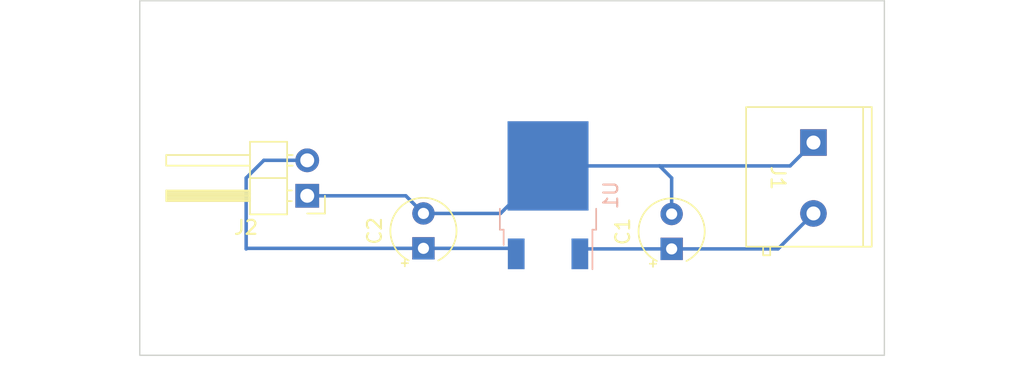
<source format=kicad_pcb>
(kicad_pcb (version 20211014) (generator pcbnew)
  (layers (0 "F.Cu" signal) (31 "B.Cu" signal) (34 "B.Paste" user) (35 "F.Paste" user) (36 "B.SilkS" user "B.Silkscreen") (37 "F.SilkS" user "F.Silkscreen") (38 "B.Mask" user) (39 "F.Mask" user) (44 "Edge.Cuts" user))
  (net 0 "")
  (net 1 "+12V")
  (net 2 "GND")
  (net 3 "+3V3")
  (footprint "Capacitor_THT:CP_Radial_Tantal_D4.5mm_P2.50mm" (layer "F.Cu") (at 43.18 71.08 90)
    (fp_text reference "C2" (at 1.25 -3.5 90) (layer "F.SilkS"))
    (fp_text value "10µF")
    (fp_line (start -1.062288 -1.56) (end -1.062288 -1.11) (layer "F.SilkS") (width 0.12))
    (fp_line (start -1.287288 -1.335) (end -0.837288 -1.335) (layer "F.SilkS") (width 0.12))
    (fp_arc (start -0.869741 -1.06) (mid 3.62 0) (end -0.869741 1.06) (layer "F.SilkS") (width 0.12))
    (pad "1" thru_hole rect (at 0 0 90) (size 1.6 1.6) (drill 0.8) (layers *.Cu *.Mask) (net 3 "+3V3"))
    (pad "2" thru_hole circle (at 2.5 0 90) (size 1.6 1.6) (drill 0.8) (layers *.Cu *.Mask) (net 2 "GND"))
  )
  (footprint "MountingHole:MountingHole_2.2mm_M2_DIN965" (layer "F.Cu") (at 25.4 55.88)
    (fp_text reference "REF**" hide)
    (fp_text value "MountingHole_2.2mm_M2_DIN965")
    (pad "" np_thru_hole circle (at 0 0) (size 2.2 2.2) (drill 2.2) (layers *.Cu *.Mask))
  )
  (footprint "MountingHole:MountingHole_2.2mm_M2_DIN965" (layer "F.Cu") (at 73.66 55.88)
    (fp_text reference "REF**" hide)
    (fp_text value "MountingHole_2.2mm_M2_DIN965")
    (pad "" np_thru_hole circle (at 0 0) (size 2.2 2.2) (drill 2.2) (layers *.Cu *.Mask))
  )
  (footprint "Connector_Project:Connector CTB1202_2BK" (layer "F.Cu") (at 71.12 63.5 -90)
    (fp_text reference "J1" (at 2.54 2.54 -90 unlocked) (layer "F.SilkS"))
    (fp_text value "12V Power")
    (fp_line (start -2.54 -3.556) (end 7.366 -3.556) (layer "F.SilkS") (width 0.12))
    (fp_rect (start -2.54 -4.174) (end 7.46 4.826) (layer "F.SilkS") (width 0.12) (fill none))
    (fp_rect (start 7.4676 3.6068) (end 8.0772 3.0988) (layer "F.SilkS") (width 0.12) (fill none))
    (pad "1" thru_hole rect (at 0 0 270) (size 1.9 1.9) (drill 1) (layers *.Cu *.Mask) (net 2 "GND"))
    (pad "2" thru_hole circle (at 5.08 0 270) (size 1.9 1.9) (drill 1) (layers *.Cu *.Mask) (net 1 "+12V"))
  )
  (footprint "Connector_PinHeader_2.54mm:PinHeader_1x02_P2.54mm_Horizontal" (layer "F.Cu") (at 34.855 67.315 180)
    (fp_text reference "J2" (at 4.385 -2.27) (layer "F.SilkS"))
    (fp_text value "3.3V Power")
    (fp_line (start 4.1 3.87) (end 4.1 -1.33) (layer "F.SilkS") (width 0.12))
    (fp_line (start 4.1 -0.38) (end 10.1 -0.38) (layer "F.SilkS") (width 0.12))
    (fp_line (start 4.1 -1.33) (end 1.44 -1.33) (layer "F.SilkS") (width 0.12))
    (fp_line (start -1.27 0) (end -1.27 -1.27) (layer "F.SilkS") (width 0.12))
    (fp_line (start 4.1 2.16) (end 10.1 2.16) (layer "F.SilkS") (width 0.12))
    (fp_line (start 4.1 0.04) (end 10.1 0.04) (layer "F.SilkS") (width 0.12))
    (fp_line (start 4.1 -0.32) (end 10.1 -0.32) (layer "F.SilkS") (width 0.12))
    (fp_line (start 10.1 0.38) (end 4.1 0.38) (layer "F.SilkS") (width 0.12))
    (fp_line (start 1.042929 2.92) (end 1.44 2.92) (layer "F.SilkS") (width 0.12))
    (fp_line (start 1.44 1.27) (end 4.1 1.27) (layer "F.SilkS") (width 0.12))
    (fp_line (start -1.27 -1.27) (end 0 -1.27) (layer "F.SilkS") (width 0.12))
    (fp_line (start 1.11 -0.38) (end 1.44 -0.38) (layer "F.SilkS") (width 0.12))
    (fp_line (start 10.1 2.16) (end 10.1 2.92) (layer "F.SilkS") (width 0.12))
    (fp_line (start 4.1 -0.2) (end 10.1 -0.2) (layer "F.SilkS") (width 0.12))
    (fp_line (start 1.11 0.38) (end 1.44 0.38) (layer "F.SilkS") (width 0.12))
    (fp_line (start 10.1 2.92) (end 4.1 2.92) (layer "F.SilkS") (width 0.12))
    (fp_line (start 4.1 -0.08) (end 10.1 -0.08) (layer "F.SilkS") (width 0.12))
    (fp_line (start 4.1 0.28) (end 10.1 0.28) (layer "F.SilkS") (width 0.12))
    (fp_line (start 4.1 0.16) (end 10.1 0.16) (layer "F.SilkS") (width 0.12))
    (fp_line (start 10.1 -0.38) (end 10.1 0.38) (layer "F.SilkS") (width 0.12))
    (fp_line (start 1.44 3.87) (end 4.1 3.87) (layer "F.SilkS") (width 0.12))
    (fp_line (start 1.44 -1.33) (end 1.44 3.87) (layer "F.SilkS") (width 0.12))
    (fp_line (start 1.042929 2.16) (end 1.44 2.16) (layer "F.SilkS") (width 0.12))
    (pad "1" thru_hole rect (at 0 0 180) (size 1.7 1.7) (drill 1) (layers *.Cu *.Mask) (net 2 "GND"))
    (pad "2" thru_hole oval (at 0 2.54 180) (size 1.7 1.7) (drill 1) (layers *.Cu *.Mask) (net 3 "+3V3"))
  )
  (footprint "MountingHole:MountingHole_2.2mm_M2_DIN965" (layer "F.Cu") (at 25.4 76.2)
    (fp_text reference "REF**" hide)
    (fp_text value "MountingHole_2.2mm_M2_DIN965")
    (pad "" np_thru_hole circle (at 0 0) (size 2.2 2.2) (drill 2.2) (layers *.Cu *.Mask))
  )
  (footprint "MountingHole:MountingHole_2.2mm_M2_DIN965" (layer "F.Cu") (at 73.66 76.2)
    (fp_text reference "REF**" hide)
    (fp_text value "MountingHole_2.2mm_M2_DIN965")
    (pad "" np_thru_hole circle (at 0 0) (size 2.2 2.2) (drill 2.2) (layers *.Cu *.Mask))
  )
  (footprint "Capacitor_THT:CP_Radial_Tantal_D4.5mm_P2.50mm" (layer "F.Cu") (at 60.96 71.12 90)
    (fp_text reference "C1" (at 1.25 -3.5 90) (layer "F.SilkS"))
    (fp_text value "10µF")
    (fp_line (start -1.062288 -1.56) (end -1.062288 -1.11) (layer "F.SilkS") (width 0.12))
    (fp_line (start -1.287288 -1.335) (end -0.837288 -1.335) (layer "F.SilkS") (width 0.12))
    (fp_arc (start -0.869741 -1.06) (mid 3.62 0) (end -0.869741 1.06) (layer "F.SilkS") (width 0.12))
    (pad "1" thru_hole rect (at 0 0 90) (size 1.6 1.6) (drill 0.8) (layers *.Cu *.Mask) (net 1 "+12V"))
    (pad "2" thru_hole circle (at 2.5 0 90) (size 1.6 1.6) (drill 0.8) (layers *.Cu *.Mask) (net 2 "GND"))
  )
  (footprint "Package_TO_SOT_SMD:TO-252-2" (layer "B.Cu") (at 52.105 67.275 90)
    (fp_text reference "U1" (at 0 4.5 90) (layer "B.SilkS") (effects (justify mirror)))
    (fp_text value "TS2937CP33")
    (fp_line (start -2.47 -3.18) (end -3.57 -3.18) (layer "B.SilkS") (width 0.12))
    (fp_line (start -2.47 3.18) (end -5.3 3.18) (layer "B.SilkS") (width 0.12))
    (fp_line (start -0.97 3.45) (end -2.47 3.45) (layer "B.SilkS") (width 0.12))
    (fp_line (start -2.47 -3.45) (end -2.47 -3.18) (layer "B.SilkS") (width 0.12))
    (fp_line (start -0.97 -3.45) (end -2.47 -3.45) (layer "B.SilkS") (width 0.12))
    (fp_line (start -2.47 3.45) (end -2.47 3.18) (layer "B.SilkS") (width 0.12))
    (pad "1" smd rect (at -4.2 2.28 90) (size 2.2 1.2) (layers "B.Cu" "B.Paste" "B.Mask") (net 1 "+12V"))
    (pad "2" smd rect (at 2.1 0 90) (size 6.4 5.8) (layers "B.Cu" "B.Mask") (net 2 "GND"))
    (pad "3" smd rect (at -4.2 -2.28 90) (size 2.2 1.2) (layers "B.Cu" "B.Paste" "B.Mask") (net 3 "+3V3"))
  )
  (gr_rect (start 22.86 53.34) (end 76.2 78.74) (layer "Edge.Cuts") (width 0.1) (fill none))
  (segment (start 54.74 71.12) (end 54.385 71.475) (width 0.25) (layer "B.Cu") (net 1))
  (segment (start 60.96 71.12) (end 54.74 71.12) (width 0.25) (layer "B.Cu") (net 1))
  (segment (start 68.58 71.12) (end 71.12 68.58) (width 0.25) (layer "B.Cu") (net 1))
  (segment (start 60.96 71.12) (end 68.58 71.12) (width 0.25) (layer "B.Cu") (net 1))
  (segment (start 60.095 65.175) (end 69.445 65.175) (width 0.25) (layer "B.Cu") (net 2))
  (segment (start 34.855 67.315) (end 41.915 67.315) (width 0.25) (layer "B.Cu") (net 2))
  (segment (start 69.445 65.175) (end 71.12 63.5) (width 0.25) (layer "B.Cu") (net 2))
  (segment (start 48.7 68.58) (end 52.105 65.175) (width 0.25) (layer "B.Cu") (net 2))
  (segment (start 43.18 68.58) (end 48.7 68.58) (width 0.25) (layer "B.Cu") (net 2))
  (segment (start 52.105 65.175) (end 60.095 65.175) (width 0.25) (layer "B.Cu") (net 2))
  (segment (start 41.915 67.315) (end 43.18 68.58) (width 0.25) (layer "B.Cu") (net 2))
  (segment (start 60.96 68.62) (end 60.96 66.04) (width 0.25) (layer "B.Cu") (net 2))
  (segment (start 60.96 66.04) (end 60.095 65.175) (width 0.25) (layer "B.Cu") (net 2))
  (segment (start 43.18 71.08) (end 30.52 71.08) (width 0.25) (layer "B.Cu") (net 3))
  (segment (start 49.43 71.08) (end 49.825 71.475) (width 0.25) (layer "B.Cu") (net 3))
  (segment (start 31.745 64.775) (end 34.855 64.775) (width 0.25) (layer "B.Cu") (net 3))
  (segment (start 30.52 71.08) (end 30.48 71.12) (width 0.25) (layer "B.Cu") (net 3))
  (segment (start 43.18 71.08) (end 49.43 71.08) (width 0.25) (layer "B.Cu") (net 3))
  (segment (start 30.48 71.12) (end 30.48 66.04) (width 0.25) (layer "B.Cu") (net 3))
  (segment (start 30.48 66.04) (end 31.745 64.775) (width 0.25) (layer "B.Cu") (net 3))
)
</source>
